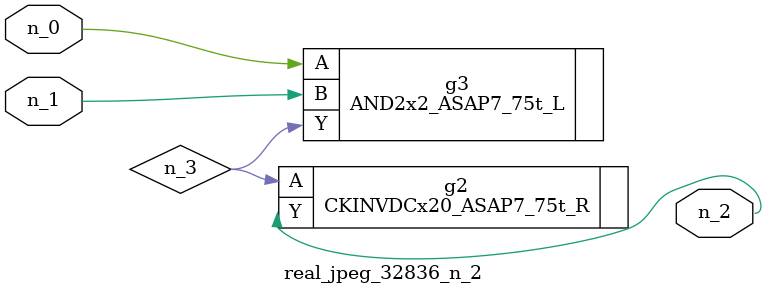
<source format=v>
module real_jpeg_32836_n_2 (n_1, n_0, n_2);

input n_1;
input n_0;

output n_2;

wire n_3;

AND2x2_ASAP7_75t_L g3 ( 
.A(n_0),
.B(n_1),
.Y(n_3)
);

CKINVDCx20_ASAP7_75t_R g2 ( 
.A(n_3),
.Y(n_2)
);


endmodule
</source>
